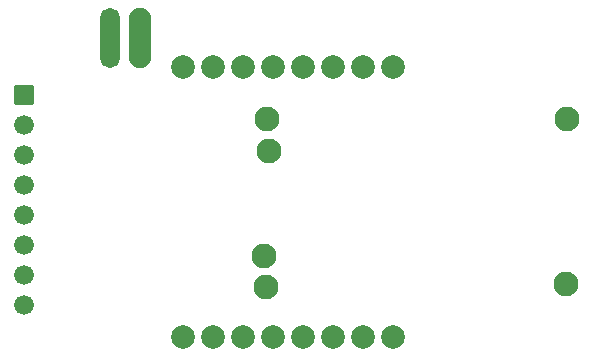
<source format=gbs>
G04 Layer: BottomSolderMaskLayer*
G04 EasyEDA v6.5.23, 2023-05-31 09:28:12*
G04 09e610007bd44921b29e07513bdf5b12,4db1f7442a1f4f30bb2da465e00f2567,10*
G04 Gerber Generator version 0.2*
G04 Scale: 100 percent, Rotated: No, Reflected: No *
G04 Dimensions in millimeters *
G04 leading zeros omitted , absolute positions ,4 integer and 5 decimal *
%FSLAX45Y45*%
%MOMM*%

%AMMACRO1*1,1,$1,$2,$3*1,1,$1,$4,$5*1,1,$1,0-$2,0-$3*1,1,$1,0-$4,0-$5*20,1,$1,$2,$3,$4,$5,0*20,1,$1,$4,$5,0-$2,0-$3,0*20,1,$1,0-$2,0-$3,0-$4,0-$5,0*20,1,$1,0-$4,0-$5,$2,$3,0*4,1,4,$2,$3,$4,$5,0-$2,0-$3,0-$4,0-$5,$2,$3,0*%
%ADD10C,2.0033*%
%ADD11C,2.1016*%
%ADD12O,1.9015964X5.10159*%
%ADD13O,1.6516096000000002X5.10159*%
%ADD14MACRO1,0.1016X0.7874X0.7874X0.7874X-0.7874*%
%ADD15C,1.6764*%

%LPD*%
D10*
G01*
X4038625Y12992074D03*
G01*
X4038625Y10706074D03*
G01*
X3784625Y12992074D03*
G01*
X3784625Y10706074D03*
G01*
X3530625Y12992074D03*
G01*
X3530625Y10706074D03*
G01*
X3276625Y12992074D03*
G01*
X3276625Y10706074D03*
G01*
X3022625Y12992074D03*
G01*
X3022625Y10706074D03*
G01*
X2768625Y12992074D03*
G01*
X2768625Y10706074D03*
G01*
X2514625Y12992074D03*
G01*
X2514625Y10706074D03*
G01*
X2260625Y12992074D03*
G01*
X2260625Y10706074D03*
D11*
G01*
X2971800Y12547600D03*
G01*
X2984500Y12280900D03*
G01*
X2946400Y11391900D03*
G01*
X2959100Y11125200D03*
G01*
X5511800Y12547600D03*
G01*
X5499100Y11150600D03*
D12*
G01*
X1892300Y13233400D03*
D13*
G01*
X1638300Y13233400D03*
D14*
G01*
X914400Y12750800D03*
D15*
G01*
X914400Y12496800D03*
G01*
X914400Y12242800D03*
G01*
X914400Y11988800D03*
G01*
X914400Y11734800D03*
G01*
X914400Y11480800D03*
G01*
X914400Y11226800D03*
G01*
X914400Y10972800D03*
M02*

</source>
